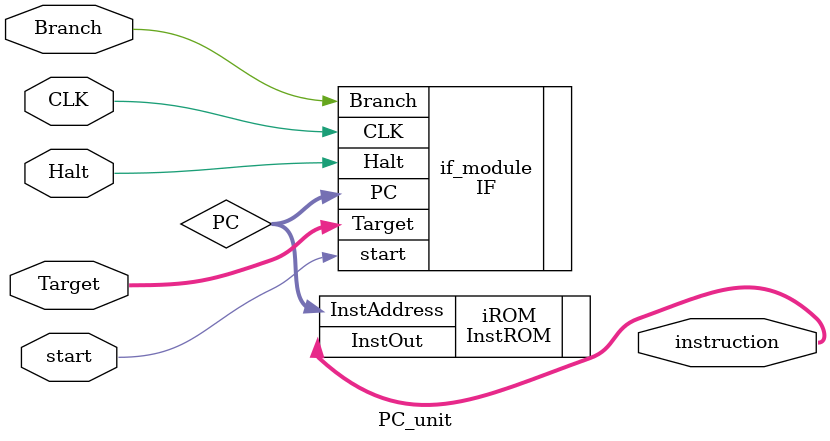
<source format=sv>
module PC_unit(
    input start,
    input CLK,
    input Halt,
    input Branch,
    input [7:0] Target,
    output [8:0] instruction 
);

    //pc counter between IF module and InstROM
    wire [9:0] PC;

    //Instruction Fetch module
    IF if_module(
            .Branch(Branch),
            .Target(Target),
            .start(start),
            .Halt(Halt),
            .CLK(CLK),
            .PC(PC)
            );
    
    //Instruction Memory Module
    InstROM iROM(
            .InstAddress(PC),
            .InstOut(instruction)
            );

endmodule

</source>
